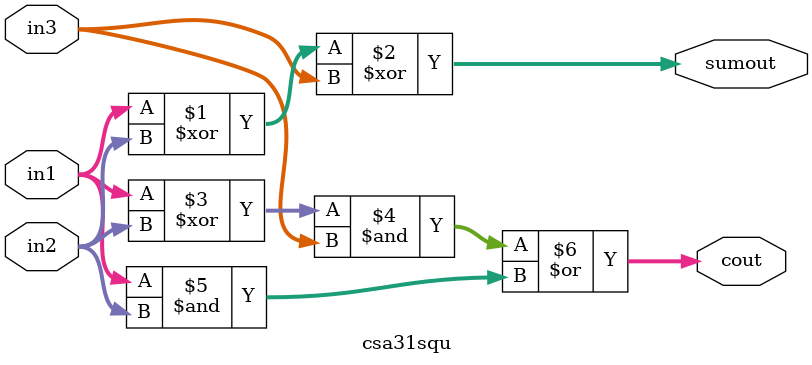
<source format=v>
module csa31squ(cout,sumout,in1,in2,in3);
input[30:0]in1,in2,in3;
output[30:0]cout,sumout;
assign sumout=(in1^in2)^in3;
assign cout=((in1^in2)&in3)|(in1&in2);
endmodule

</source>
